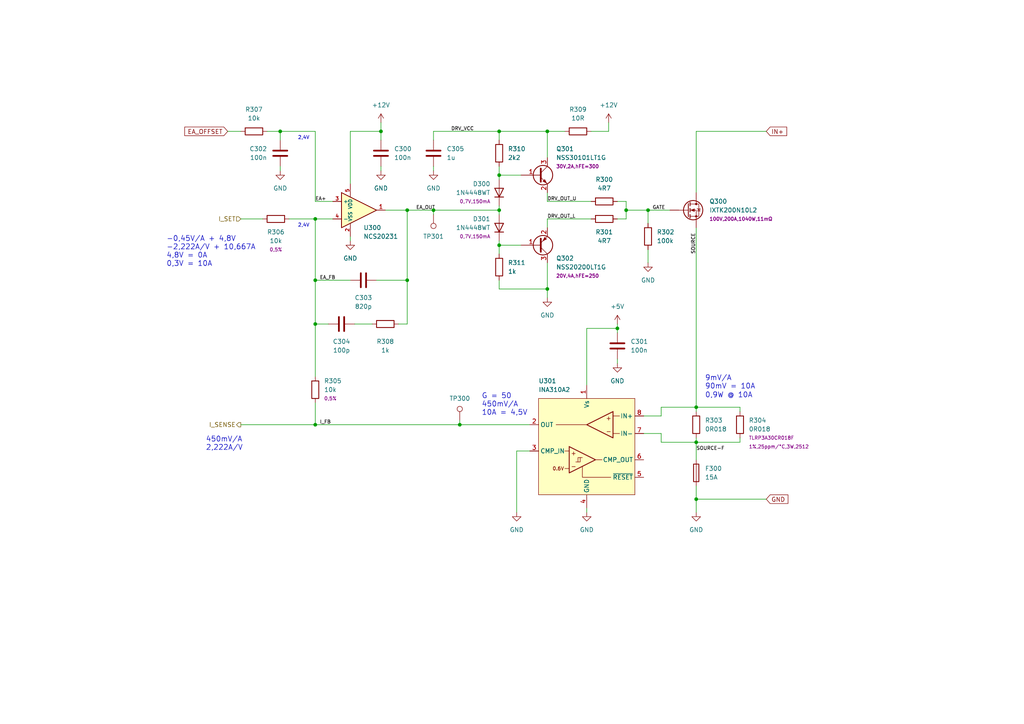
<source format=kicad_sch>
(kicad_sch (version 20211123) (generator eeschema)
  (paper "A4")
  (title_block (title "Current Sink 2") (company "Martin Kopka"))
  (lib_symbols
    (symbol "Connector:TestPoint" (pin_numbers hide) (pin_names (offset 0.762) hide)
      (property "Reference" "TP" (at 0 6.858 0))
      (property "Value" "TestPoint" (at 0 5.08 0))
      (symbol "TestPoint_0_1"
        (circle (center 0 3.302) (radius 0.762))
      )
      (symbol "TestPoint_1_1"
        (pin passive line (at 0 0 90) (length 2.54) (name "1") (number "1"))
      )
    )
    (symbol "Device:C" (pin_numbers hide) (pin_names (offset 0.254))
      (property "Reference" "C" (at 0.635 2.54 0))
      (property "Value" "C" (at 0.635 -2.54 0))
      (symbol "C_0_1"
        (polyline (pts (xy -2.032 -0.762) (xy 2.032 -0.762)) (stroke (width 0.508)))
        (polyline (pts (xy -2.032 0.762) (xy 2.032 0.762)) (stroke (width 0.508)))
      )
      (symbol "C_1_1"
        (pin passive line (at 0 3.81 270) (length 2.794) (name "~") (number "1"))
        (pin passive line (at 0 -3.81 90) (length 2.794) (name "~") (number "2"))
      )
    )
    (symbol "Device:D" (pin_numbers hide) (pin_names (offset 1.016) hide)
      (property "Reference" "D" (at 0 2.54 0))
      (property "Value" "D" (at 0 -2.54 0))
      (symbol "D_0_1"
        (polyline (pts (xy -1.27 1.27) (xy -1.27 -1.27)) (stroke (width 0.254)))
        (polyline (pts (xy 1.27 0) (xy -1.27 0)))
        (polyline (pts (xy 1.27 1.27) (xy 1.27 -1.27) (xy -1.27 0) (xy 1.27 1.27)) (stroke (width 0.254)))
      )
      (symbol "D_1_1"
        (pin passive line (at -3.81 0 0) (length 2.54) (name "K") (number "1"))
        (pin passive line (at 3.81 0 180) (length 2.54) (name "A") (number "2"))
      )
    )
    (symbol "Device:Fuse" (pin_numbers hide) (pin_names (offset 0))
      (property "Reference" "F" (at 2.032 0 90))
      (property "Value" "Fuse" (at -1.905 0 90))
      (symbol "Fuse_0_1"
        (rectangle (start -0.762 -2.54) (end 0.762 2.54) (stroke (width 0.254)))
        (polyline (pts (xy 0 2.54) (xy 0 -2.54)))
      )
      (symbol "Fuse_1_1"
        (pin passive line (at 0 3.81 270) (length 1.27) (name "~") (number "1"))
        (pin passive line (at 0 -3.81 90) (length 1.27) (name "~") (number "2"))
      )
    )
    (symbol "Device:R" (pin_numbers hide) (pin_names (offset 0))
      (property "Reference" "R" (at 2.032 0 90))
      (property "Value" "R" (at 0 0 90))
      (symbol "R_0_1"
        (rectangle (start -1.016 -2.54) (end 1.016 2.54) (stroke (width 0.254)))
      )
      (symbol "R_1_1"
        (pin passive line (at 0 3.81 270) (length 1.27) (name "~") (number "1"))
        (pin passive line (at 0 -3.81 90) (length 1.27) (name "~") (number "2"))
      )
    )
    (symbol "power:+12V" (power) (pin_names (offset 0))
      (property "Value" "+12V" (at 0 3.556 0))
      (symbol "+12V_0_1"
        (polyline (pts (xy -0.762 1.27) (xy 0 2.54)))
        (polyline (pts (xy 0 0) (xy 0 2.54)))
        (polyline (pts (xy 0 2.54) (xy 0.762 1.27)))
      )
      (symbol "+12V_1_1"
        (pin power_in line (at 0 0 90) (length 0) hide (name "+12V") (number "1"))
      )
    )
    (symbol "power:+5V" (power) (pin_names (offset 0))
      (property "Value" "+5V" (at 0 3.556 0))
      (symbol "+5V_0_1"
        (polyline (pts (xy -0.762 1.27) (xy 0 2.54)))
        (polyline (pts (xy 0 0) (xy 0 2.54)))
        (polyline (pts (xy 0 2.54) (xy 0.762 1.27)))
      )
      (symbol "+5V_1_1"
        (pin power_in line (at 0 0 90) (length 0) hide (name "+5V") (number "1"))
      )
    )
    (symbol "power:GND" (power) (pin_names (offset 0))
      (property "Value" "GND" (at 0 -3.81 0))
      (symbol "GND_0_1"
        (polyline (pts (xy 0 0) (xy 0 -1.27) (xy 1.27 -1.27) (xy 0 -2.54) (xy -1.27 -1.27) (xy 0 -1.27)))
      )
      (symbol "GND_1_1"
        (pin power_in line (at 0 0 270) (length 0) hide (name "GND") (number "1"))
      )
    )
    (symbol "w-analog-ic:INA310xx"
      (property "Reference" "U" (at 13.97 19.05 0))
      (property "Value" "INA310xx" (at 13.97 17.145 0))
      (symbol "INA310xx_0_0"
        (rectangle (start -13.97 15.24) (end 13.97 -12.7) (fill (type background)))
        (polyline (pts (xy 5.08 -5.08) (xy 6.35 -5.08)))
        (polyline (pts (xy -6.985 -7.62) (xy 1.27 -7.62) (xy 1.27 -4.445)))
        (polyline (pts (xy -2.54 -2.54) (xy -4.445 -2.54) (xy -3.81 -2.54)))
        (polyline (pts (xy 0 7.62) (xy 8.89 7.62) (xy 6.35 7.62)))
        (polyline (pts (xy 1.905 -1.905) (xy 1.905 -3.175) (xy 2.54 -3.175)))
        (polyline (pts (xy 1.27 -1.905) (xy 2.54 -1.905) (xy 2.54 -3.175) (xy 3.175 -3.175)))
        (text "+" (at -6.35 9.525 0) (effects (font (size 1.27 1.27))))
        (text "+" (at 3.81 -0.635 0) (effects (font (size 1.27 1.27))))
        (text "-" (at -6.35 5.715 0) (effects (font (size 1.27 1.27))))
        (text "-" (at 3.81 -4.445 0) (effects (font (size 1.27 1.27))))
        (text "0.6V" (at 8.255 -5.08 0) (effects (font (size 1 1))))
      )
      (symbol "INA310xx_0_1"
        (polyline (pts (xy -9.525 5.08) (xy -7.62 5.08)))
        (polyline (pts (xy -9.525 10.16) (xy -7.62 10.16)))
        (polyline (pts (xy 5.08 0) (xy 6.35 0)))
        (polyline (pts (xy -7.62 11.43) (xy 0 7.62) (xy -7.62 3.81) (xy -7.62 11.43)) (stroke (width 0.254)) (fill (type background)))
        (polyline (pts (xy 5.08 1.27) (xy -2.54 -2.54) (xy 5.08 -6.35) (xy 5.08 1.27)) (stroke (width 0.254)) (fill (type background)))
      )
      (symbol "INA310xx_1_1"
        (pin power_in line (at 0 19.05 270) (length 3.81) (name "Vs") (number "1"))
        (pin output line (at 16.51 7.62 180) (length 2.54) (name "OUT") (number "2"))
        (pin input line (at 16.51 0 180) (length 2.54) (name "CMP_IN") (number "3"))
        (pin power_in line (at 0 -16.51 90) (length 3.81) (name "GND") (number "4"))
        (pin input line (at -16.51 -7.62 0) (length 2.54) (name "~{RESET}") (number "5"))
        (pin output line (at -16.51 -2.54 0) (length 2.54) (name "CMP_OUT") (number "6"))
        (pin input line (at -16.51 5.08 0) (length 2.54) (name "IN-") (number "7"))
        (pin input line (at -16.51 10.16 0) (length 2.54) (name "IN+") (number "8"))
      )
    )
    (symbol "w-analog-ic:NCS20231"
      (property "Reference" "U" (at 3.175 -4.445 0))
      (property "Value" "NCS20231" (at 3.175 -6.35 0))
      (symbol "NCS20231_0_1"
        (polyline (pts (xy -2.54 5.08) (xy 7.62 0) (xy -2.54 -5.08) (xy -2.54 5.08)) (stroke (width 0.254)) (fill (type background)))
        (pin power_in line (at 0 -7.62 90) (length 3.81) (name "VSS") (number "2"))
        (pin power_in line (at 0 7.62 270) (length 3.81) (name "VDD") (number "5"))
      )
      (symbol "NCS20231_1_1"
        (pin output line (at 10.16 0 180) (length 2.54) (name "~") (number "1"))
        (pin input line (at -5.08 2.54 0) (length 2.54) (name "+") (number "3"))
        (pin input line (at -5.08 -2.54 0) (length 2.54) (name "-") (number "4"))
      )
    )
    (symbol "w-transistor:BC807-40" (pin_names hide)
      (property "Reference" "Q" (at 3.81 6.35 0))
      (property "Value" "BC807-40" (at 3.81 3.81 0))
      (property "Params" "45V,500mA,300mW" (at 3.81 1.27 0))
      (symbol "BC807-40_0_1"
        (polyline (pts (xy -0.635 0.635) (xy 1.27 2.54)))
        (polyline (pts (xy -0.635 -0.635) (xy 1.27 -2.54) (xy 1.27 -2.54)))
        (polyline (pts (xy -0.635 1.905) (xy -0.635 -1.905) (xy -0.635 -1.905)) (stroke (width 0.508)))
        (polyline (pts (xy 1.016 -1.778) (xy 0.508 -2.286) (xy 0 -1.27) (xy 1.016 -1.778) (xy 1.016 -1.778)) (fill (type outline)))
        (circle (center 0 0) (radius 2.8194) (stroke (width 0.254)))
      )
      (symbol "BC807-40_1_1"
        (pin input line (at -6.35 0 0) (length 5.715) (name "B") (number "1"))
        (pin passive line (at 1.27 -5.08 90) (length 2.54) (name "E") (number "2"))
        (pin passive line (at 1.27 5.08 270) (length 2.54) (name "C") (number "3"))
      )
    )
    (symbol "w-transistor:BC817-40" (pin_names hide)
      (property "Reference" "Q" (at 3.81 6.35 0))
      (property "Value" "BC817-40" (at 3.81 3.81 0))
      (property "Params" "45V,500mA,250mW" (at 3.81 1.27 0))
      (symbol "BC817-40_0_1"
        (polyline (pts (xy -0.635 0.635) (xy 1.27 2.54)))
        (polyline (pts (xy -0.635 -0.635) (xy 1.27 -2.54) (xy 1.27 -2.54)))
        (polyline (pts (xy -0.635 1.905) (xy -0.635 -1.905) (xy -0.635 -1.905)) (stroke (width 0.508)))
        (polyline (pts (xy 0 -1.778) (xy 0.508 -1.27) (xy 1.016 -2.286) (xy 0 -1.778) (xy 0 -1.778)) (fill (type outline)))
        (circle (center 0 0) (radius 2.8194) (stroke (width 0.254)))
      )
      (symbol "BC817-40_1_1"
        (pin input line (at -6.35 0 0) (length 5.715) (name "B") (number "1"))
        (pin passive line (at 1.27 -5.08 90) (length 2.54) (name "E") (number "2"))
        (pin passive line (at 1.27 5.08 270) (length 2.54) (name "C") (number "3"))
      )
    )
    (symbol "w-transistor:IXTK200N10L2" (pin_numbers hide) (pin_names hide)
      (property "Reference" "Q" (at 3.81 6.35 0))
      (property "Value" "IXTK200N10L2" (at 3.81 3.81 0))
      (property "Params" "100V,200A,1040W,11mΩ" (at 3.81 1.27 0))
      (symbol "IXTK200N10L2_0_1"
        (circle (center -0.889 0) (radius 2.794) (stroke (width 0.254)))
        (circle (center 0 -1.778) (radius 0.254) (fill (type outline)))
        (polyline (pts (xy -2.286 0) (xy -5.08 0)))
        (polyline (pts (xy -2.286 1.905) (xy -2.286 -1.905)) (stroke (width 0.254)))
        (polyline (pts (xy -1.778 -1.27) (xy -1.778 -2.286)) (stroke (width 0.254)))
        (polyline (pts (xy -1.778 0.508) (xy -1.778 -0.508)) (stroke (width 0.254)))
        (polyline (pts (xy -1.778 2.286) (xy -1.778 1.27)) (stroke (width 0.254)))
        (polyline (pts (xy 0 2.54) (xy 0 1.778)))
        (polyline (pts (xy 0 -2.54) (xy 0 0) (xy -1.778 0)))
        (polyline (pts (xy -1.778 -1.778) (xy 0.762 -1.778) (xy 0.762 1.778) (xy -1.778 1.778)))
        (polyline (pts (xy -1.524 0) (xy -0.508 0.381) (xy -0.508 -0.381) (xy -1.524 0)) (fill (type outline)))
        (polyline (pts (xy 0.254 0.508) (xy 0.381 0.381) (xy 1.143 0.381) (xy 1.27 0.254)))
        (polyline (pts (xy 0.762 0.381) (xy 0.381 -0.254) (xy 1.143 -0.254) (xy 0.762 0.381)))
        (circle (center 0 1.778) (radius 0.254) (fill (type outline)))
      )
      (symbol "IXTK200N10L2_1_1"
        (pin input line (at -7.62 0 0) (length 2.54) (name "G") (number "1"))
        (pin passive line (at 0 5.08 270) (length 2.54) (name "D") (number "2"))
        (pin passive line (at 0 -5.08 90) (length 2.54) (name "S") (number "3"))
      )
    )
  )
  (junction (at 158.75 38.1))
  (junction (at 133.35 123.19))
  (junction (at 91.44 81.28))
  (junction (at 144.78 71.12))
  (junction (at 158.75 83.82))
  (junction (at 144.78 38.1))
  (junction (at 118.11 81.28))
  (junction (at 125.73 60.96))
  (junction (at 181.61 60.96))
  (junction (at 179.07 95.25))
  (junction (at 201.93 144.78))
  (junction (at 118.11 60.96))
  (junction (at 201.93 118.11))
  (junction (at 144.78 60.96))
  (junction (at 91.44 63.5))
  (junction (at 201.93 128.27))
  (junction (at 91.44 123.19))
  (junction (at 144.78 50.8))
  (junction (at 81.28 38.1))
  (junction (at 110.49 38.1))
  (junction (at 91.44 93.98))
  (junction (at 187.96 60.96))
  (wire (pts (xy 187.96 60.96) (xy 194.31 60.96)))
  (wire (pts (xy 187.96 72.39) (xy 187.96 76.2)))
  (wire (pts (xy 91.44 38.1) (xy 81.28 38.1)))
  (wire (pts (xy 171.45 38.1) (xy 176.53 38.1)))
  (wire (pts (xy 222.25 38.1) (xy 201.93 38.1)))
  (wire (pts (xy 144.78 69.85) (xy 144.78 71.12)))
  (wire (pts (xy 170.18 111.76) (xy 170.18 95.25)))
  (wire (pts (xy 144.78 83.82) (xy 158.75 83.82)))
  (wire (pts (xy 176.53 38.1) (xy 176.53 35.56)))
  (wire (pts (xy 181.61 60.96) (xy 181.61 63.5)))
  (wire (pts (xy 110.49 49.53) (xy 110.49 48.26)))
  (wire (pts (xy 158.75 58.42) (xy 171.45 58.42)))
  (wire (pts (xy 201.93 38.1) (xy 201.93 55.88)))
  (wire (pts (xy 149.86 130.81) (xy 153.67 130.81)))
  (wire (pts (xy 191.77 118.11) (xy 201.93 118.11)))
  (wire (pts (xy 158.75 76.2) (xy 158.75 83.82)))
  (wire (pts (xy 77.47 38.1) (xy 81.28 38.1)))
  (wire (pts (xy 115.57 93.98) (xy 118.11 93.98)))
  (wire (pts (xy 179.07 63.5) (xy 181.61 63.5)))
  (wire (pts (xy 133.35 123.19) (xy 153.67 123.19)))
  (wire (pts (xy 179.07 105.41) (xy 179.07 104.14)))
  (wire (pts (xy 125.73 49.53) (xy 125.73 48.26)))
  (wire (pts (xy 181.61 58.42) (xy 181.61 60.96)))
  (wire (pts (xy 179.07 58.42) (xy 181.61 58.42)))
  (wire (pts (xy 201.93 127) (xy 201.93 128.27)))
  (wire (pts (xy 179.07 93.98) (xy 179.07 95.25)))
  (wire (pts (xy 91.44 38.1) (xy 91.44 58.42)))
  (wire (pts (xy 91.44 63.5) (xy 96.52 63.5)))
  (wire (pts (xy 158.75 66.04) (xy 158.75 63.5)))
  (wire (pts (xy 110.49 38.1) (xy 110.49 40.64)))
  (wire (pts (xy 149.86 148.59) (xy 149.86 130.81)))
  (wire (pts (xy 191.77 128.27) (xy 201.93 128.27)))
  (wire (pts (xy 91.44 81.28) (xy 91.44 93.98)))
  (wire (pts (xy 111.76 60.96) (xy 118.11 60.96)))
  (wire (pts (xy 170.18 95.25) (xy 179.07 95.25)))
  (wire (pts (xy 201.93 118.11) (xy 201.93 119.38)))
  (wire (pts (xy 91.44 116.84) (xy 91.44 123.19)))
  (wire (pts (xy 214.63 119.38) (xy 214.63 118.11)))
  (wire (pts (xy 91.44 81.28) (xy 91.44 63.5)))
  (wire (pts (xy 144.78 60.96) (xy 144.78 62.23)))
  (wire (pts (xy 186.69 120.65) (xy 191.77 120.65)))
  (wire (pts (xy 102.87 93.98) (xy 107.95 93.98)))
  (wire (pts (xy 118.11 60.96) (xy 125.73 60.96)))
  (wire (pts (xy 109.22 81.28) (xy 118.11 81.28)))
  (wire (pts (xy 158.75 83.82) (xy 158.75 86.36)))
  (wire (pts (xy 118.11 81.28) (xy 118.11 60.96)))
  (wire (pts (xy 179.07 95.25) (xy 179.07 96.52)))
  (wire (pts (xy 101.6 81.28) (xy 91.44 81.28)))
  (wire (pts (xy 125.73 60.96) (xy 144.78 60.96)))
  (wire (pts (xy 91.44 93.98) (xy 91.44 109.22)))
  (wire (pts (xy 214.63 127) (xy 214.63 128.27)))
  (wire (pts (xy 201.93 144.78) (xy 201.93 148.59)))
  (wire (pts (xy 201.93 66.04) (xy 201.93 118.11)))
  (wire (pts (xy 110.49 35.56) (xy 110.49 38.1)))
  (wire (pts (xy 69.85 63.5) (xy 76.2 63.5)))
  (wire (pts (xy 144.78 40.64) (xy 144.78 38.1)))
  (wire (pts (xy 144.78 71.12) (xy 144.78 73.66)))
  (wire (pts (xy 214.63 118.11) (xy 201.93 118.11)))
  (wire (pts (xy 158.75 38.1) (xy 158.75 45.72)))
  (wire (pts (xy 81.28 49.53) (xy 81.28 48.26)))
  (wire (pts (xy 83.82 63.5) (xy 91.44 63.5)))
  (wire (pts (xy 91.44 123.19) (xy 133.35 123.19)))
  (wire (pts (xy 91.44 58.42) (xy 96.52 58.42)))
  (wire (pts (xy 191.77 125.73) (xy 191.77 128.27)))
  (wire (pts (xy 144.78 38.1) (xy 158.75 38.1)))
  (wire (pts (xy 158.75 63.5) (xy 171.45 63.5)))
  (wire (pts (xy 118.11 93.98) (xy 118.11 81.28)))
  (wire (pts (xy 158.75 55.88) (xy 158.75 58.42)))
  (wire (pts (xy 144.78 71.12) (xy 151.13 71.12)))
  (wire (pts (xy 144.78 50.8) (xy 151.13 50.8)))
  (wire (pts (xy 187.96 60.96) (xy 187.96 64.77)))
  (wire (pts (xy 201.93 140.97) (xy 201.93 144.78)))
  (wire (pts (xy 91.44 93.98) (xy 95.25 93.98)))
  (wire (pts (xy 144.78 52.07) (xy 144.78 50.8)))
  (wire (pts (xy 144.78 48.26) (xy 144.78 50.8)))
  (wire (pts (xy 144.78 81.28) (xy 144.78 83.82)))
  (wire (pts (xy 125.73 40.64) (xy 125.73 38.1)))
  (wire (pts (xy 69.85 123.19) (xy 91.44 123.19)))
  (wire (pts (xy 201.93 144.78) (xy 222.25 144.78)))
  (wire (pts (xy 101.6 53.34) (xy 101.6 38.1)))
  (wire (pts (xy 101.6 69.85) (xy 101.6 68.58)))
  (wire (pts (xy 125.73 60.96) (xy 125.73 62.23)))
  (wire (pts (xy 144.78 59.69) (xy 144.78 60.96)))
  (wire (pts (xy 201.93 128.27) (xy 201.93 133.35)))
  (wire (pts (xy 81.28 38.1) (xy 81.28 40.64)))
  (wire (pts (xy 158.75 38.1) (xy 163.83 38.1)))
  (wire (pts (xy 186.69 125.73) (xy 191.77 125.73)))
  (wire (pts (xy 214.63 128.27) (xy 201.93 128.27)))
  (wire (pts (xy 191.77 120.65) (xy 191.77 118.11)))
  (wire (pts (xy 125.73 38.1) (xy 144.78 38.1)))
  (wire (pts (xy 170.18 147.32) (xy 170.18 148.59)))
  (wire (pts (xy 181.61 60.96) (xy 187.96 60.96)))
  (wire (pts (xy 66.04 38.1) (xy 69.85 38.1)))
  (wire (pts (xy 133.35 121.92) (xy 133.35 123.19)))
  (wire (pts (xy 101.6 38.1) (xy 110.49 38.1)))
  (text "0,9W @ 10A" (at 204.47 115.57 0) (effects (font (size 1.5 1.5)) (justify left bottom)))
  (text "450mV/A\n2,222A/V" (at 59.69 130.81 0) (effects (font (size 1.5 1.5)) (justify left bottom)))
  (text "2,4V" (at 86.36 40.64 0) (effects (font (size 1 1)) (justify left bottom)))
  (text "G = 50\n450mV/A\n10A = 4,5V\n" (at 139.7 120.65 0) (effects (font (size 1.5 1.5)) (justify left bottom)))
  (text "2,4V" (at 86.36 66.04 0) (effects (font (size 1 1)) (justify left bottom)))
  (text "-0,45V/A + 4,8V\n-2,222A/V + 10,667A\n4,8V = 0A\n0,3V = 10A" (at 48.26 77.47 0) (effects (font (size 1.5 1.5)) (justify left bottom)))
  (text "9mV/A\n90mV = 10A" (at 204.47 113.03 0) (effects (font (size 1.5 1.5)) (justify left bottom)))
  (label "EA_FB" (at 92.71 81.28 0) (effects (font (size 1 1))))
  (label "SOURCE-F" (at 201.93 130.81 0) (effects (font (size 1 1))))
  (label "SOURCE" (at 201.93 73.66 90) (effects (font (size 1 1))))
  (label "EA_OUT" (at 120.65 60.96 0) (effects (font (size 1 1))))
  (label "DRV_VCC" (at 130.81 38.1 0) (effects (font (size 1 1))))
  (label "EA+" (at 91.44 58.42 0) (effects (font (size 1 1))))
  (label "DRV_OUT_U" (at 158.75 58.42 0) (effects (font (size 1 1))))
  (label "GATE" (at 189.23 60.96 0) (effects (font (size 1 1))))
  (label "I_FB" (at 92.71 123.19 0) (effects (font (size 1 1))))
  (label "DRV_OUT_L" (at 158.75 63.5 0) (effects (font (size 1 1))))
  (global_label "GND" (shape input) (at 222.25 144.78 0) (property "Intersheet References" "${INTERSHEET_REFS}" (effects hide)))
  (global_label "IN+" (shape input) (at 222.25 38.1 0) (property "Intersheet References" "${INTERSHEET_REFS}" (effects hide)))
  (global_label "EA_OFFSET" (shape input) (at 66.04 38.1 180) (property "Intersheet References" "${INTERSHEET_REFS}" (effects hide)))
  (hierarchical_label "I_SET" (shape input) (at 69.85 63.5 180))
  (hierarchical_label "I_SENSE" (shape output) (at 69.85 123.19 180))
  (symbol (lib_id "Device:Fuse") (at 201.93 137.16 0) (unit 1)
    (property "Reference" "F300" (at 204.47 135.8899 0) (effects (justify left)))
    (property "Value" "15A" (at 204.47 138.4299 0) (effects (justify left)))
    (property "Footprint" "w-fuse:2410" (effects hide))
    (property "Datasheet" "https://cz.mouser.com/datasheet/2/643/ds_cp_0679l_series-1291227.pdf" (effects hide))
  )
  (symbol (lib_id "power:GND") (at 179.07 105.41 0) (unit 1)
    (property "Reference" "#PWR0138" (effects hide))
    (property "Value" "GND" (at 179.07 110.49 0))
  )
  (symbol (lib_id "power:GND") (at 170.18 148.59 0) (unit 1)
    (property "Reference" "#PWR0139" (effects hide))
    (property "Value" "GND" (at 170.18 153.67 0))
  )
  (symbol (lib_id "power:GND") (at 149.86 148.59 0) (unit 1)
    (property "Reference" "#PWR0140" (effects hide))
    (property "Value" "GND" (at 149.86 153.67 0))
  )
  (symbol (lib_id "w-analog-ic:INA310xx") (at 170.18 130.81 0) (mirror y) (unit 1)
    (property "Reference" "U301" (at 156.21 110.49 0) (effects (justify right)))
    (property "Value" "INA310A2" (at 156.21 113.03 0) (effects (justify right)))
    (property "Footprint" "w-ic:VSSOP-8_3x3mm_P0.65mm" (effects hide))
    (property "Datasheet" "https://www.ti.com/lit/ds/symlink/ina310b.pdf?ts=1702913010943&ref_url=https%253A%252F%252Fwww.ti.com%252Famplifier-circuit%252Fcurrent-sense%252Fanalog-output%252Fproducts.html" (effects hide))
  )
  (symbol (lib_id "Connector:TestPoint") (at 133.35 121.92 0) (unit 1) (in_bom no)
    (property "Reference" "TP300" (at 133.35 115.57 0))
    (property "Value" "TestPoint" (effects hide))
    (property "Footprint" "TestPoint:TestPoint_Pad_D1.0mm" (effects hide))
  )
  (symbol (lib_id "Device:C") (at 99.06 93.98 90) (unit 1)
    (property "Reference" "C304" (at 99.06 99.06 90))
    (property "Value" "100p" (at 99.06 101.6 90))
    (property "Footprint" "Capacitor_SMD:C_0603_1608Metric" (effects hide))
  )
  (symbol (lib_id "Device:R") (at 144.78 77.47 180) (unit 1)
    (property "Reference" "R311" (at 147.32 76.1999 0) (effects (justify right)))
    (property "Value" "1k" (at 147.32 78.7399 0) (effects (justify right)))
    (property "Footprint" "Resistor_SMD:R_0603_1608Metric" (effects hide))
  )
  (symbol (lib_id "power:GND") (at 158.75 86.36 0) (unit 1)
    (property "Reference" "#PWR0136" (effects hide))
    (property "Value" "GND" (at 158.75 91.44 0))
  )
  (symbol (lib_id "Device:R") (at 111.76 93.98 90) (unit 1)
    (property "Reference" "R308" (at 111.76 99.06 90))
    (property "Value" "1k" (at 111.76 101.6 90))
    (property "Footprint" "Resistor_SMD:R_0603_1608Metric" (effects hide))
  )
  (symbol (lib_id "power:+5V") (at 179.07 93.98 0) (unit 1)
    (property "Reference" "#PWR0135" (effects hide))
    (property "Value" "+5V" (at 179.07 88.9 0))
  )
  (symbol (lib_id "Device:R") (at 91.44 113.03 180) (unit 1)
    (property "Reference" "R305" (at 93.98 110.49 0) (effects (justify right)))
    (property "Value" "10k" (at 93.98 113.03 0) (effects (justify right)))
    (property "Footprint" "Resistor_SMD:R_0603_1608Metric" (effects hide))
    (property "Tolerance" "0,5%" (at 93.98 115.57 0) (effects (font (size 1 1)) (justify right)))
  )
  (symbol (lib_id "Device:R") (at 201.93 123.19 0) (unit 1)
    (property "Reference" "R303" (at 204.47 121.9199 0) (effects (justify left)))
    (property "Value" "0R018" (at 204.47 124.4599 0) (effects (justify left)))
    (property "Footprint" "Resistor_SMD:R_2512_6332Metric" (effects hide))
    (property "Datasheet" "https://cz.mouser.com/datasheet/2/418/8/ENG_DS_1773449_4_C-2492014.pdf" (effects hide))
  )
  (symbol (lib_id "power:+12V") (at 176.53 35.56 0) (unit 1)
    (property "Reference" "#PWR0150" (effects hide))
    (property "Value" "+12V" (at 176.53 30.48 0))
  )
  (symbol (lib_id "power:+12V") (at 110.49 35.56 0) (unit 1)
    (property "Reference" "#PWR0146" (effects hide))
    (property "Value" "+12V" (at 110.49 30.48 0))
  )
  (symbol (lib_id "power:GND") (at 201.93 148.59 0) (unit 1)
    (property "Reference" "#PWR0141" (effects hide))
    (property "Value" "GND" (at 201.93 153.67 0))
  )
  (symbol (lib_id "power:GND") (at 125.73 49.53 0) (unit 1)
    (property "Reference" "#PWR0142" (effects hide))
    (property "Value" "GND" (at 125.73 54.61 0))
  )
  (symbol (lib_id "Device:R") (at 175.26 63.5 90) (unit 1)
    (property "Reference" "R301" (at 175.26 67.31 90))
    (property "Value" "4R7" (at 175.26 69.85 90))
    (property "Footprint" "Resistor_SMD:R_0603_1608Metric" (effects hide))
  )
  (symbol (lib_id "Connector:TestPoint") (at 125.73 62.23 180) (unit 1) (in_bom no)
    (property "Reference" "TP301" (at 125.73 68.58 0))
    (property "Value" "TestPoint" (effects hide))
    (property "Footprint" "TestPoint:TestPoint_Pad_D1.0mm" (effects hide))
  )
  (symbol (lib_id "Device:C") (at 81.28 44.45 180) (unit 1)
    (property "Reference" "C302" (at 77.47 43.18 0) (effects (justify left)))
    (property "Value" "100n" (at 77.47 45.72 0) (effects (justify left)))
    (property "Footprint" "Capacitor_SMD:C_0603_1608Metric" (effects hide))
  )
  (symbol (lib_id "power:GND") (at 101.6 69.85 0) (unit 1)
    (property "Reference" "#PWR0145" (effects hide))
    (property "Value" "GND" (at 101.6 74.93 0))
  )
  (symbol (lib_id "power:GND") (at 187.96 76.2 0) (unit 1)
    (property "Reference" "#PWR0137" (effects hide))
    (property "Value" "GND" (at 187.96 81.28 0))
  )
  (symbol (lib_id "Device:R") (at 214.63 123.19 0) (unit 1)
    (property "Reference" "R304" (at 217.17 121.9199 0) (effects (justify left)))
    (property "Value" "0R018" (at 217.17 124.4599 0) (effects (justify left)))
    (property "Footprint" "Resistor_SMD:R_2512_6332Metric" (effects hide))
    (property "Datasheet" "https://cz.mouser.com/datasheet/2/418/8/ENG_DS_1773449_4_C-2492014.pdf" (effects hide))
    (property "Name" "TLRP3A30CR018F" (at 217.17 127 0) (effects (font (size 1 1)) (justify left)))
    (property "Params" "1%,25ppm/°C,3W,2512" (at 217.17 129.54 0) (effects (font (size 1 1)) (justify left)))
  )
  (symbol (lib_id "Device:R") (at 167.64 38.1 90) (unit 1)
    (property "Reference" "R309" (at 167.64 31.75 90))
    (property "Value" "10R" (at 167.64 34.29 90))
    (property "Footprint" "Resistor_SMD:R_0603_1608Metric" (effects hide))
  )
  (symbol (lib_id "power:GND") (at 110.49 49.53 0) (unit 1)
    (property "Reference" "#PWR0143" (effects hide))
    (property "Value" "GND" (at 110.49 54.61 0))
  )
  (symbol (lib_id "Device:R") (at 175.26 58.42 90) (unit 1)
    (property "Reference" "R300" (at 175.26 52.07 90))
    (property "Value" "4R7" (at 175.26 54.61 90))
    (property "Footprint" "Resistor_SMD:R_0603_1608Metric" (effects hide))
  )
  (symbol (lib_id "Device:R") (at 144.78 44.45 180) (unit 1)
    (property "Reference" "R310" (at 147.32 43.1799 0) (effects (justify right)))
    (property "Value" "2k2" (at 147.32 45.7199 0) (effects (justify right)))
    (property "Footprint" "Resistor_SMD:R_0603_1608Metric" (effects hide))
  )
  (symbol (lib_id "Device:D") (at 144.78 55.88 90) (unit 1)
    (property "Reference" "D300" (at 142.24 53.34 90) (effects (justify left)))
    (property "Value" "1N4448WT" (at 142.24 55.88 90) (effects (justify left)))
    (property "Footprint" "w-diode:SOD-523" (effects hide))
    (property "Datasheet" "https://cz.mouser.com/datasheet/2/308/1N914BWT_D-2309108.pdf" (effects hide))
    (property "Params" "0,7V,150mA" (at 142.24 58.42 90) (effects (font (size 1 1)) (justify left)))
  )
  (symbol (lib_id "Device:D") (at 144.78 66.04 90) (unit 1)
    (property "Reference" "D301" (at 142.24 63.5 90) (effects (justify left)))
    (property "Value" "1N4448WT" (at 142.24 66.04 90) (effects (justify left)))
    (property "Footprint" "w-diode:SOD-523" (effects hide))
    (property "Datasheet" "https://cz.mouser.com/datasheet/2/308/1N914BWT_D-2309108.pdf" (effects hide))
    (property "Params" "0,7V,150mA" (at 142.24 68.58 90) (effects (font (size 1 1)) (justify left)))
  )
  (symbol (lib_id "Device:C") (at 125.73 44.45 180) (unit 1)
    (property "Reference" "C305" (at 129.54 43.18 0) (effects (justify right)))
    (property "Value" "1u" (at 129.54 45.72 0) (effects (justify right)))
    (property "Footprint" "Capacitor_SMD:C_0603_1608Metric" (effects hide))
  )
  (symbol (lib_id "w-analog-ic:NCS20231") (at 101.6 60.96 0) (unit 1)
    (property "Reference" "U300" (at 105.41 66.04 0) (effects (justify left)))
    (property "Value" "NCS20231" (at 105.41 68.58 0) (effects (justify left)))
    (property "Footprint" "w-ic:SOT-23-5L" (effects hide))
    (property "Datasheet" "https://www.onsemi.com/download/data-sheet/pdf/ncs20231-d.pdf" (effects hide))
  )
  (symbol (lib_id "w-transistor:BC817-40") (at 157.48 50.8 0) (unit 1)
    (property "Reference" "Q301" (at 161.29 43.18 0) (effects (justify left)))
    (property "Value" "NSS30101LT1G" (at 161.29 45.72 0) (effects (justify left)))
    (property "Footprint" "w-ic:SOT-23" (effects hide))
    (property "Datasheet" "https://cz.mouser.com/datasheet/2/308/1/NSS30101LT1G_D-2318287.pdf" (effects hide))
    (property "Params" "30V,2A,hFE=300" (at 161.29 48.2601 0) (effects (font (size 1 1)) (justify left)))
  )
  (symbol (lib_id "w-transistor:BC807-40") (at 157.48 71.12 0) (mirror x) (unit 1)
    (property "Reference" "Q302" (at 161.29 74.93 0) (effects (justify left)))
    (property "Value" "NSS20200LT1G" (at 161.29 77.47 0) (effects (justify left)))
    (property "Footprint" "w-ic:SOT-23" (effects hide))
    (property "Datasheet" "https://www.onsemi.com/pdf/datasheet/nss20200l-d.pdf" (effects hide))
    (property "Params" "20V,4A,hFE=250" (at 161.29 80.0101 0) (effects (font (size 1 1)) (justify left)))
  )
  (symbol (lib_id "Device:R") (at 187.96 68.58 180) (unit 1)
    (property "Reference" "R302" (at 190.5 67.3099 0) (effects (justify right)))
    (property "Value" "100k" (at 190.5 69.8499 0) (effects (justify right)))
    (property "Footprint" "Resistor_SMD:R_0603_1608Metric" (effects hide))
  )
  (symbol (lib_id "Device:C") (at 105.41 81.28 90) (unit 1)
    (property "Reference" "C303" (at 105.41 86.36 90))
    (property "Value" "820p" (at 105.41 88.9 90))
    (property "Footprint" "Capacitor_SMD:C_0603_1608Metric" (effects hide))
  )
  (symbol (lib_id "power:GND") (at 81.28 49.53 0) (unit 1)
    (property "Reference" "#PWR0144" (effects hide))
    (property "Value" "GND" (at 81.28 54.61 0))
  )
  (symbol (lib_id "w-transistor:IXTK200N10L2") (at 201.93 60.96 0) (unit 1)
    (property "Reference" "Q300" (at 205.74 58.42 0) (effects (justify left)))
    (property "Value" "IXTK200N10L2" (at 205.74 60.96 0) (effects (justify left)))
    (property "Footprint" "w-transistor:TO264" (effects hide))
    (property "Datasheet" "https://cz.mouser.com/datasheet/2/240/media-3321201.pdf" (effects hide))
    (property "Params" "100V,200A,1040W,11mΩ" (at 205.74 63.5001 0) (effects (font (size 1 1)) (justify left)))
  )
  (symbol (lib_id "Device:C") (at 110.49 44.45 180) (unit 1)
    (property "Reference" "C300" (at 114.3 43.1799 0) (effects (justify right)))
    (property "Value" "100n" (at 114.3 45.7199 0) (effects (justify right)))
    (property "Footprint" "Capacitor_SMD:C_0603_1608Metric" (effects hide))
  )
  (symbol (lib_id "Device:C") (at 179.07 100.33 180) (unit 1)
    (property "Reference" "C301" (at 182.88 99.0599 0) (effects (justify right)))
    (property "Value" "100n" (at 182.88 101.5999 0) (effects (justify right)))
    (property "Footprint" "Capacitor_SMD:C_0603_1608Metric" (effects hide))
  )
  (symbol (lib_id "Device:R") (at 73.66 38.1 270) (unit 1)
    (property "Reference" "R307" (at 73.66 31.75 90))
    (property "Value" "10k" (at 73.66 34.29 90))
    (property "Footprint" "Resistor_SMD:R_0603_1608Metric" (effects hide))
  )
  (symbol (lib_id "Device:R") (at 80.01 63.5 270) (unit 1)
    (property "Reference" "R306" (at 80.01 67.31 90))
    (property "Value" "10k" (at 80.01 69.85 90))
    (property "Footprint" "Resistor_SMD:R_0603_1608Metric" (effects hide))
    (property "Tolerance" "0,5%" (at 80.01 72.39 90) (effects (font (size 1 1))))
  )
)
</source>
